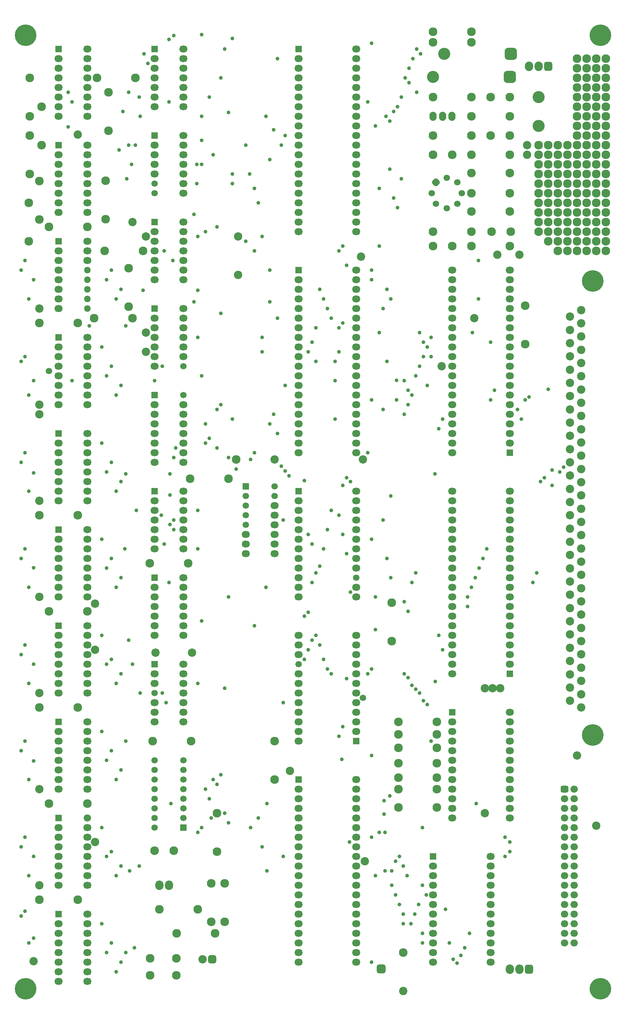
<source format=gts>
G04 Layer_Color=8388736*
%FSLAX25Y25*%
%MOIN*%
G70*
G01*
G75*
G04:AMPARAMS|DCode=48|XSize=94.49mil|YSize=94.49mil|CornerRadius=25.59mil|HoleSize=0mil|Usage=FLASHONLY|Rotation=90.000|XOffset=0mil|YOffset=0mil|HoleType=Round|Shape=RoundedRectangle|*
%AMROUNDEDRECTD48*
21,1,0.09449,0.04331,0,0,90.0*
21,1,0.04331,0.09449,0,0,90.0*
1,1,0.05118,0.02165,0.02165*
1,1,0.05118,0.02165,-0.02165*
1,1,0.05118,-0.02165,-0.02165*
1,1,0.05118,-0.02165,0.02165*
%
%ADD48ROUNDEDRECTD48*%
%ADD49O,0.07874X0.07087*%
G04:AMPARAMS|DCode=50|XSize=70.87mil|YSize=82.68mil|CornerRadius=19.68mil|HoleSize=0mil|Usage=FLASHONLY|Rotation=270.000|XOffset=0mil|YOffset=0mil|HoleType=Round|Shape=RoundedRectangle|*
%AMROUNDEDRECTD50*
21,1,0.07087,0.04331,0,0,270.0*
21,1,0.03150,0.08268,0,0,270.0*
1,1,0.03937,-0.02165,-0.01575*
1,1,0.03937,-0.02165,0.01575*
1,1,0.03937,0.02165,0.01575*
1,1,0.03937,0.02165,-0.01575*
%
%ADD50ROUNDEDRECTD50*%
%ADD51R,0.06693X0.06693*%
%ADD52O,0.08661X0.07087*%
%ADD53O,0.06693X0.07087*%
%ADD54C,0.12598*%
G04:AMPARAMS|DCode=55|XSize=125.98mil|YSize=125.98mil|CornerRadius=33.47mil|HoleSize=0mil|Usage=FLASHONLY|Rotation=0.000|XOffset=0mil|YOffset=0mil|HoleType=Round|Shape=RoundedRectangle|*
%AMROUNDEDRECTD55*
21,1,0.12598,0.05905,0,0,0.0*
21,1,0.05905,0.12598,0,0,0.0*
1,1,0.06693,0.02953,-0.02953*
1,1,0.06693,-0.02953,-0.02953*
1,1,0.06693,-0.02953,0.02953*
1,1,0.06693,0.02953,0.02953*
%
%ADD55ROUNDEDRECTD55*%
%ADD56C,0.22441*%
%ADD57C,0.08661*%
%ADD58C,0.09055*%
%ADD59C,0.06693*%
%ADD60O,0.07480X0.09449*%
%ADD61C,0.06693*%
G04:AMPARAMS|DCode=62|XSize=70.87mil|YSize=70.87mil|CornerRadius=19.68mil|HoleSize=0mil|Usage=FLASHONLY|Rotation=315.000|XOffset=0mil|YOffset=0mil|HoleType=Round|Shape=RoundedRectangle|*
%AMROUNDEDRECTD62*
21,1,0.07087,0.03150,0,0,315.0*
21,1,0.03150,0.07087,0,0,315.0*
1,1,0.03937,0.00000,-0.02227*
1,1,0.03937,-0.02227,0.00000*
1,1,0.03937,0.00000,0.02227*
1,1,0.03937,0.02227,0.00000*
%
%ADD62ROUNDEDRECTD62*%
%ADD63O,0.08661X0.09842*%
G04:AMPARAMS|DCode=64|XSize=86.61mil|YSize=86.61mil|CornerRadius=23.62mil|HoleSize=0mil|Usage=FLASHONLY|Rotation=0.000|XOffset=0mil|YOffset=0mil|HoleType=Round|Shape=RoundedRectangle|*
%AMROUNDEDRECTD64*
21,1,0.08661,0.03937,0,0,0.0*
21,1,0.03937,0.08661,0,0,0.0*
1,1,0.04724,0.01968,-0.01968*
1,1,0.04724,-0.01968,-0.01968*
1,1,0.04724,-0.01968,0.01968*
1,1,0.04724,0.01968,0.01968*
%
%ADD64ROUNDEDRECTD64*%
G04:AMPARAMS|DCode=65|XSize=86.61mil|YSize=94.49mil|CornerRadius=23.62mil|HoleSize=0mil|Usage=FLASHONLY|Rotation=180.000|XOffset=0mil|YOffset=0mil|HoleType=Round|Shape=RoundedRectangle|*
%AMROUNDEDRECTD65*
21,1,0.08661,0.04724,0,0,180.0*
21,1,0.03937,0.09449,0,0,180.0*
1,1,0.04724,-0.01968,0.02362*
1,1,0.04724,0.01968,0.02362*
1,1,0.04724,0.01968,-0.02362*
1,1,0.04724,-0.01968,-0.02362*
%
%ADD65ROUNDEDRECTD65*%
%ADD66O,0.07874X0.07087*%
%ADD67C,0.03937*%
D48*
X386000Y-987000D02*
D03*
D49*
X587000Y-960000D02*
D03*
X577000D02*
D03*
X587000Y-950000D02*
D03*
X577000D02*
D03*
X587000Y-940000D02*
D03*
X577000D02*
D03*
X587000Y-800000D02*
D03*
X577000Y-810000D02*
D03*
X587000D02*
D03*
Y-830000D02*
D03*
X577000D02*
D03*
X587000Y-820000D02*
D03*
X577000D02*
D03*
Y-840000D02*
D03*
X587000D02*
D03*
X577000Y-850000D02*
D03*
X587000D02*
D03*
X577000Y-860000D02*
D03*
X587000D02*
D03*
X577000Y-870000D02*
D03*
X587000D02*
D03*
X577000Y-880000D02*
D03*
X587000D02*
D03*
X577000Y-890000D02*
D03*
X587000D02*
D03*
X577000Y-900000D02*
D03*
X587000D02*
D03*
X577000Y-910000D02*
D03*
X587000D02*
D03*
X577000Y-920000D02*
D03*
X587000D02*
D03*
X577000Y-930000D02*
D03*
X587000D02*
D03*
D50*
X577000Y-800000D02*
D03*
D51*
X50000Y-130000D02*
D03*
Y-230000D02*
D03*
X360000Y-750000D02*
D03*
X440000Y-870000D02*
D03*
X300000Y-490000D02*
D03*
X520000Y-680000D02*
D03*
X300000Y-30000D02*
D03*
X150000Y-670000D02*
D03*
Y-580000D02*
D03*
Y-30000D02*
D03*
Y-390000D02*
D03*
X50000Y-30000D02*
D03*
X460000Y-720000D02*
D03*
X50000Y-930000D02*
D03*
Y-830000D02*
D03*
Y-730000D02*
D03*
Y-630000D02*
D03*
Y-530000D02*
D03*
Y-430000D02*
D03*
Y-330000D02*
D03*
X520000Y-450000D02*
D03*
X300000Y-790000D02*
D03*
Y-260000D02*
D03*
X150000Y-490000D02*
D03*
Y-300000D02*
D03*
Y-120000D02*
D03*
Y-210000D02*
D03*
X245000Y-485000D02*
D03*
X180000Y-840000D02*
D03*
D52*
X50000Y-140000D02*
D03*
Y-150000D02*
D03*
Y-160000D02*
D03*
Y-170000D02*
D03*
Y-180000D02*
D03*
Y-190000D02*
D03*
Y-200000D02*
D03*
X80000Y-130000D02*
D03*
Y-140000D02*
D03*
Y-150000D02*
D03*
Y-160000D02*
D03*
Y-170000D02*
D03*
Y-180000D02*
D03*
Y-190000D02*
D03*
Y-200000D02*
D03*
X50000Y-240000D02*
D03*
Y-250000D02*
D03*
Y-260000D02*
D03*
Y-270000D02*
D03*
Y-280000D02*
D03*
Y-290000D02*
D03*
Y-300000D02*
D03*
X80000Y-230000D02*
D03*
Y-240000D02*
D03*
Y-250000D02*
D03*
X360000Y-740000D02*
D03*
Y-730000D02*
D03*
Y-720000D02*
D03*
Y-710000D02*
D03*
Y-700000D02*
D03*
Y-690000D02*
D03*
Y-680000D02*
D03*
Y-670000D02*
D03*
Y-660000D02*
D03*
Y-650000D02*
D03*
Y-640000D02*
D03*
X300000Y-750000D02*
D03*
Y-740000D02*
D03*
Y-730000D02*
D03*
Y-720000D02*
D03*
Y-710000D02*
D03*
Y-700000D02*
D03*
Y-690000D02*
D03*
Y-680000D02*
D03*
Y-660000D02*
D03*
Y-650000D02*
D03*
Y-640000D02*
D03*
X440000Y-880000D02*
D03*
Y-890000D02*
D03*
Y-900000D02*
D03*
Y-910000D02*
D03*
Y-920000D02*
D03*
Y-930000D02*
D03*
Y-940000D02*
D03*
Y-950000D02*
D03*
Y-960000D02*
D03*
Y-970000D02*
D03*
Y-980000D02*
D03*
X500000Y-870000D02*
D03*
Y-880000D02*
D03*
Y-890000D02*
D03*
Y-900000D02*
D03*
Y-910000D02*
D03*
Y-920000D02*
D03*
Y-930000D02*
D03*
Y-940000D02*
D03*
Y-950000D02*
D03*
Y-960000D02*
D03*
Y-970000D02*
D03*
Y-980000D02*
D03*
X360000Y-600000D02*
D03*
Y-590000D02*
D03*
Y-570000D02*
D03*
Y-560000D02*
D03*
Y-550000D02*
D03*
Y-540000D02*
D03*
Y-530000D02*
D03*
Y-520000D02*
D03*
Y-510000D02*
D03*
Y-500000D02*
D03*
Y-490000D02*
D03*
X300000Y-600000D02*
D03*
Y-590000D02*
D03*
Y-580000D02*
D03*
Y-570000D02*
D03*
Y-560000D02*
D03*
Y-550000D02*
D03*
Y-540000D02*
D03*
Y-530000D02*
D03*
Y-520000D02*
D03*
Y-510000D02*
D03*
Y-500000D02*
D03*
X460000Y-560000D02*
D03*
Y-550000D02*
D03*
Y-540000D02*
D03*
Y-530000D02*
D03*
Y-520000D02*
D03*
Y-510000D02*
D03*
Y-500000D02*
D03*
Y-490000D02*
D03*
X520000Y-670000D02*
D03*
Y-660000D02*
D03*
Y-650000D02*
D03*
Y-640000D02*
D03*
Y-630000D02*
D03*
Y-620000D02*
D03*
Y-610000D02*
D03*
Y-600000D02*
D03*
Y-590000D02*
D03*
Y-490000D02*
D03*
Y-500000D02*
D03*
Y-510000D02*
D03*
Y-520000D02*
D03*
Y-530000D02*
D03*
Y-540000D02*
D03*
Y-550000D02*
D03*
Y-560000D02*
D03*
Y-570000D02*
D03*
Y-580000D02*
D03*
X460000Y-570000D02*
D03*
Y-580000D02*
D03*
Y-590000D02*
D03*
Y-600000D02*
D03*
Y-610000D02*
D03*
Y-620000D02*
D03*
Y-630000D02*
D03*
Y-640000D02*
D03*
Y-650000D02*
D03*
Y-660000D02*
D03*
Y-670000D02*
D03*
Y-680000D02*
D03*
X360000Y-150000D02*
D03*
Y-160000D02*
D03*
Y-170000D02*
D03*
Y-180000D02*
D03*
Y-190000D02*
D03*
Y-200000D02*
D03*
Y-210000D02*
D03*
Y-220000D02*
D03*
X300000Y-40000D02*
D03*
Y-50000D02*
D03*
Y-60000D02*
D03*
Y-70000D02*
D03*
Y-80000D02*
D03*
Y-90000D02*
D03*
Y-100000D02*
D03*
Y-110000D02*
D03*
Y-120000D02*
D03*
Y-220000D02*
D03*
Y-210000D02*
D03*
Y-200000D02*
D03*
Y-190000D02*
D03*
Y-180000D02*
D03*
Y-170000D02*
D03*
Y-160000D02*
D03*
Y-150000D02*
D03*
Y-140000D02*
D03*
Y-130000D02*
D03*
X360000Y-140000D02*
D03*
Y-130000D02*
D03*
Y-120000D02*
D03*
Y-110000D02*
D03*
Y-100000D02*
D03*
Y-90000D02*
D03*
Y-80000D02*
D03*
Y-70000D02*
D03*
Y-60000D02*
D03*
Y-50000D02*
D03*
Y-40000D02*
D03*
Y-30000D02*
D03*
X150000Y-680000D02*
D03*
Y-690000D02*
D03*
Y-710000D02*
D03*
Y-720000D02*
D03*
Y-730000D02*
D03*
X180000Y-670000D02*
D03*
Y-680000D02*
D03*
Y-690000D02*
D03*
Y-700000D02*
D03*
Y-710000D02*
D03*
Y-720000D02*
D03*
Y-730000D02*
D03*
Y-640000D02*
D03*
Y-630000D02*
D03*
Y-620000D02*
D03*
Y-610000D02*
D03*
Y-600000D02*
D03*
Y-590000D02*
D03*
Y-580000D02*
D03*
X150000Y-640000D02*
D03*
Y-630000D02*
D03*
Y-620000D02*
D03*
Y-610000D02*
D03*
Y-600000D02*
D03*
Y-590000D02*
D03*
X180000Y-90000D02*
D03*
Y-80000D02*
D03*
Y-70000D02*
D03*
Y-60000D02*
D03*
Y-50000D02*
D03*
Y-40000D02*
D03*
Y-30000D02*
D03*
X150000Y-90000D02*
D03*
Y-80000D02*
D03*
Y-70000D02*
D03*
Y-60000D02*
D03*
Y-50000D02*
D03*
Y-40000D02*
D03*
Y-400000D02*
D03*
Y-410000D02*
D03*
Y-420000D02*
D03*
Y-430000D02*
D03*
Y-440000D02*
D03*
Y-450000D02*
D03*
Y-460000D02*
D03*
X180000Y-400000D02*
D03*
Y-410000D02*
D03*
Y-420000D02*
D03*
Y-430000D02*
D03*
Y-440000D02*
D03*
Y-450000D02*
D03*
Y-460000D02*
D03*
X50000Y-40000D02*
D03*
Y-50000D02*
D03*
Y-60000D02*
D03*
Y-70000D02*
D03*
Y-80000D02*
D03*
Y-90000D02*
D03*
Y-100000D02*
D03*
X80000Y-30000D02*
D03*
Y-40000D02*
D03*
Y-50000D02*
D03*
Y-60000D02*
D03*
Y-70000D02*
D03*
Y-80000D02*
D03*
Y-90000D02*
D03*
Y-100000D02*
D03*
X520000Y-830000D02*
D03*
Y-820000D02*
D03*
Y-810000D02*
D03*
Y-800000D02*
D03*
Y-790000D02*
D03*
Y-780000D02*
D03*
Y-770000D02*
D03*
Y-760000D02*
D03*
Y-750000D02*
D03*
Y-740000D02*
D03*
Y-730000D02*
D03*
Y-720000D02*
D03*
X460000Y-830000D02*
D03*
Y-820000D02*
D03*
Y-810000D02*
D03*
Y-800000D02*
D03*
Y-790000D02*
D03*
Y-780000D02*
D03*
Y-770000D02*
D03*
Y-760000D02*
D03*
Y-750000D02*
D03*
Y-740000D02*
D03*
Y-730000D02*
D03*
X50000Y-940000D02*
D03*
Y-950000D02*
D03*
Y-960000D02*
D03*
Y-970000D02*
D03*
Y-980000D02*
D03*
Y-990000D02*
D03*
Y-1000000D02*
D03*
X80000Y-930000D02*
D03*
Y-940000D02*
D03*
Y-950000D02*
D03*
Y-960000D02*
D03*
Y-970000D02*
D03*
Y-980000D02*
D03*
Y-990000D02*
D03*
Y-1000000D02*
D03*
X50000Y-840000D02*
D03*
Y-850000D02*
D03*
Y-860000D02*
D03*
Y-870000D02*
D03*
Y-880000D02*
D03*
Y-890000D02*
D03*
Y-900000D02*
D03*
X80000Y-840000D02*
D03*
Y-850000D02*
D03*
Y-860000D02*
D03*
Y-870000D02*
D03*
Y-880000D02*
D03*
Y-890000D02*
D03*
Y-900000D02*
D03*
X50000Y-740000D02*
D03*
Y-750000D02*
D03*
Y-760000D02*
D03*
Y-770000D02*
D03*
Y-780000D02*
D03*
Y-790000D02*
D03*
Y-800000D02*
D03*
X80000Y-730000D02*
D03*
Y-740000D02*
D03*
Y-750000D02*
D03*
Y-760000D02*
D03*
Y-770000D02*
D03*
Y-780000D02*
D03*
Y-790000D02*
D03*
Y-800000D02*
D03*
X50000Y-640000D02*
D03*
Y-650000D02*
D03*
Y-660000D02*
D03*
Y-670000D02*
D03*
Y-680000D02*
D03*
Y-690000D02*
D03*
Y-700000D02*
D03*
X80000Y-630000D02*
D03*
Y-640000D02*
D03*
Y-650000D02*
D03*
Y-660000D02*
D03*
Y-670000D02*
D03*
Y-680000D02*
D03*
Y-690000D02*
D03*
Y-700000D02*
D03*
X50000Y-540000D02*
D03*
Y-550000D02*
D03*
Y-560000D02*
D03*
Y-570000D02*
D03*
Y-580000D02*
D03*
Y-590000D02*
D03*
Y-600000D02*
D03*
X80000Y-530000D02*
D03*
Y-540000D02*
D03*
Y-550000D02*
D03*
Y-560000D02*
D03*
Y-570000D02*
D03*
Y-580000D02*
D03*
Y-590000D02*
D03*
Y-600000D02*
D03*
X50000Y-440000D02*
D03*
Y-450000D02*
D03*
Y-460000D02*
D03*
Y-470000D02*
D03*
Y-480000D02*
D03*
Y-490000D02*
D03*
Y-500000D02*
D03*
X80000Y-430000D02*
D03*
Y-440000D02*
D03*
Y-450000D02*
D03*
Y-460000D02*
D03*
Y-470000D02*
D03*
Y-480000D02*
D03*
Y-490000D02*
D03*
Y-500000D02*
D03*
X50000Y-340000D02*
D03*
Y-350000D02*
D03*
Y-360000D02*
D03*
Y-370000D02*
D03*
Y-380000D02*
D03*
Y-390000D02*
D03*
Y-400000D02*
D03*
X80000Y-330000D02*
D03*
Y-340000D02*
D03*
Y-350000D02*
D03*
Y-360000D02*
D03*
Y-370000D02*
D03*
Y-380000D02*
D03*
Y-390000D02*
D03*
Y-400000D02*
D03*
X460000Y-330000D02*
D03*
Y-320000D02*
D03*
Y-310000D02*
D03*
Y-300000D02*
D03*
Y-290000D02*
D03*
Y-280000D02*
D03*
Y-270000D02*
D03*
Y-260000D02*
D03*
X520000Y-440000D02*
D03*
Y-430000D02*
D03*
Y-420000D02*
D03*
Y-410000D02*
D03*
Y-400000D02*
D03*
Y-390000D02*
D03*
Y-380000D02*
D03*
Y-370000D02*
D03*
Y-360000D02*
D03*
Y-260000D02*
D03*
Y-270000D02*
D03*
Y-280000D02*
D03*
Y-290000D02*
D03*
Y-300000D02*
D03*
Y-310000D02*
D03*
Y-320000D02*
D03*
Y-330000D02*
D03*
Y-340000D02*
D03*
Y-350000D02*
D03*
X460000Y-340000D02*
D03*
Y-350000D02*
D03*
Y-360000D02*
D03*
Y-370000D02*
D03*
Y-380000D02*
D03*
Y-390000D02*
D03*
Y-400000D02*
D03*
Y-410000D02*
D03*
Y-420000D02*
D03*
Y-430000D02*
D03*
Y-440000D02*
D03*
Y-450000D02*
D03*
X360000Y-910000D02*
D03*
Y-920000D02*
D03*
Y-930000D02*
D03*
Y-940000D02*
D03*
Y-950000D02*
D03*
Y-960000D02*
D03*
Y-970000D02*
D03*
Y-980000D02*
D03*
X300000Y-800000D02*
D03*
Y-810000D02*
D03*
Y-820000D02*
D03*
Y-830000D02*
D03*
Y-840000D02*
D03*
Y-850000D02*
D03*
Y-860000D02*
D03*
Y-870000D02*
D03*
Y-880000D02*
D03*
Y-980000D02*
D03*
Y-970000D02*
D03*
Y-960000D02*
D03*
Y-950000D02*
D03*
Y-940000D02*
D03*
Y-930000D02*
D03*
Y-920000D02*
D03*
Y-910000D02*
D03*
Y-900000D02*
D03*
Y-890000D02*
D03*
X360000Y-900000D02*
D03*
Y-890000D02*
D03*
Y-880000D02*
D03*
Y-870000D02*
D03*
Y-860000D02*
D03*
Y-850000D02*
D03*
Y-840000D02*
D03*
Y-830000D02*
D03*
Y-820000D02*
D03*
Y-810000D02*
D03*
Y-800000D02*
D03*
Y-790000D02*
D03*
Y-380000D02*
D03*
Y-390000D02*
D03*
Y-400000D02*
D03*
Y-410000D02*
D03*
Y-420000D02*
D03*
Y-430000D02*
D03*
Y-440000D02*
D03*
Y-450000D02*
D03*
X300000Y-270000D02*
D03*
Y-280000D02*
D03*
Y-290000D02*
D03*
Y-300000D02*
D03*
Y-310000D02*
D03*
Y-320000D02*
D03*
Y-330000D02*
D03*
Y-340000D02*
D03*
Y-350000D02*
D03*
Y-450000D02*
D03*
Y-440000D02*
D03*
Y-430000D02*
D03*
Y-420000D02*
D03*
Y-410000D02*
D03*
Y-400000D02*
D03*
Y-390000D02*
D03*
Y-380000D02*
D03*
Y-370000D02*
D03*
Y-360000D02*
D03*
X360000Y-370000D02*
D03*
Y-360000D02*
D03*
Y-350000D02*
D03*
Y-340000D02*
D03*
Y-330000D02*
D03*
Y-320000D02*
D03*
Y-310000D02*
D03*
Y-300000D02*
D03*
Y-290000D02*
D03*
Y-280000D02*
D03*
Y-270000D02*
D03*
Y-260000D02*
D03*
X150000Y-500000D02*
D03*
Y-510000D02*
D03*
Y-520000D02*
D03*
Y-530000D02*
D03*
Y-540000D02*
D03*
Y-550000D02*
D03*
X180000Y-490000D02*
D03*
Y-500000D02*
D03*
Y-510000D02*
D03*
Y-520000D02*
D03*
Y-530000D02*
D03*
Y-540000D02*
D03*
Y-550000D02*
D03*
X150000Y-310000D02*
D03*
Y-320000D02*
D03*
Y-330000D02*
D03*
Y-340000D02*
D03*
Y-350000D02*
D03*
Y-360000D02*
D03*
X180000Y-300000D02*
D03*
Y-310000D02*
D03*
Y-320000D02*
D03*
Y-330000D02*
D03*
Y-340000D02*
D03*
Y-350000D02*
D03*
X150000Y-130000D02*
D03*
Y-140000D02*
D03*
Y-150000D02*
D03*
Y-160000D02*
D03*
X180000Y-120000D02*
D03*
Y-130000D02*
D03*
Y-140000D02*
D03*
Y-150000D02*
D03*
Y-160000D02*
D03*
Y-170000D02*
D03*
Y-180000D02*
D03*
X150000Y-220000D02*
D03*
Y-230000D02*
D03*
Y-240000D02*
D03*
Y-250000D02*
D03*
Y-260000D02*
D03*
Y-270000D02*
D03*
X180000Y-210000D02*
D03*
Y-220000D02*
D03*
Y-230000D02*
D03*
Y-240000D02*
D03*
Y-250000D02*
D03*
Y-260000D02*
D03*
Y-270000D02*
D03*
X245000Y-535000D02*
D03*
Y-545000D02*
D03*
Y-555000D02*
D03*
X275000Y-505000D02*
D03*
Y-515000D02*
D03*
Y-525000D02*
D03*
Y-535000D02*
D03*
Y-545000D02*
D03*
Y-555000D02*
D03*
D53*
X80000Y-260000D02*
D03*
Y-270000D02*
D03*
Y-280000D02*
D03*
Y-290000D02*
D03*
Y-300000D02*
D03*
D54*
X550000Y-80000D02*
D03*
Y-110000D02*
D03*
X451551Y-35000D02*
D03*
X440000Y-59000D02*
D03*
D55*
X521000Y-35000D02*
D03*
X520000Y-59000D02*
D03*
D56*
X606260Y-271339D02*
D03*
Y-743779D02*
D03*
X15748Y-1007874D02*
D03*
X614173D02*
D03*
X15748Y-15748D02*
D03*
X614173D02*
D03*
D57*
X582638Y-308583D02*
D03*
Y-322362D02*
D03*
Y-336142D02*
D03*
Y-349921D02*
D03*
Y-363701D02*
D03*
Y-377480D02*
D03*
Y-391260D02*
D03*
Y-405039D02*
D03*
Y-418819D02*
D03*
Y-432598D02*
D03*
Y-446378D02*
D03*
Y-460157D02*
D03*
Y-473937D02*
D03*
Y-487716D02*
D03*
Y-501496D02*
D03*
Y-515276D02*
D03*
Y-529055D02*
D03*
Y-542835D02*
D03*
Y-556614D02*
D03*
Y-570394D02*
D03*
Y-584173D02*
D03*
Y-597953D02*
D03*
Y-611732D02*
D03*
Y-625512D02*
D03*
Y-639291D02*
D03*
Y-653071D02*
D03*
Y-666850D02*
D03*
Y-680630D02*
D03*
Y-694409D02*
D03*
Y-708189D02*
D03*
X594449Y-301693D02*
D03*
Y-315472D02*
D03*
Y-329252D02*
D03*
Y-343031D02*
D03*
Y-356811D02*
D03*
Y-370591D02*
D03*
Y-384370D02*
D03*
Y-398150D02*
D03*
Y-411929D02*
D03*
Y-425709D02*
D03*
Y-439488D02*
D03*
Y-453268D02*
D03*
Y-467047D02*
D03*
Y-480827D02*
D03*
Y-494606D02*
D03*
Y-508386D02*
D03*
Y-522165D02*
D03*
Y-535945D02*
D03*
Y-549724D02*
D03*
Y-563504D02*
D03*
Y-577283D02*
D03*
Y-591063D02*
D03*
Y-604842D02*
D03*
Y-618622D02*
D03*
Y-632402D02*
D03*
Y-646181D02*
D03*
Y-659961D02*
D03*
Y-673740D02*
D03*
Y-687520D02*
D03*
Y-701299D02*
D03*
Y-715079D02*
D03*
X127000Y-210000D02*
D03*
X200000Y-977000D02*
D03*
X275000Y-457000D02*
D03*
X237000Y-265000D02*
D03*
Y-225000D02*
D03*
X409000Y-1010000D02*
D03*
X24000Y-979000D02*
D03*
X88000Y-607000D02*
D03*
X610000Y-838000D02*
D03*
X538000Y-130000D02*
D03*
X30000Y-300000D02*
D03*
Y-400000D02*
D03*
Y-500000D02*
D03*
Y-600000D02*
D03*
Y-700000D02*
D03*
Y-800000D02*
D03*
Y-900000D02*
D03*
X507000Y-244000D02*
D03*
X449000Y-360000D02*
D03*
X530000Y-244000D02*
D03*
X590000Y-765000D02*
D03*
X483000Y-310000D02*
D03*
X494000Y-825000D02*
D03*
X510000Y-695000D02*
D03*
X494000D02*
D03*
X70000Y-119000D02*
D03*
X88000Y-855000D02*
D03*
Y-655000D02*
D03*
X141000Y-225000D02*
D03*
Y-325000D02*
D03*
Y-345000D02*
D03*
X367000Y-457000D02*
D03*
X291000Y-781000D02*
D03*
X365000Y-246000D02*
D03*
X538000Y-140000D02*
D03*
X502000Y-695000D02*
D03*
X369000Y-875000D02*
D03*
X30000Y-410000D02*
D03*
X189000Y-658000D02*
D03*
X151000D02*
D03*
D58*
X444000Y-819000D02*
D03*
X404000D02*
D03*
X440000Y-235000D02*
D03*
X460000D02*
D03*
X520000Y-80000D02*
D03*
X500000D02*
D03*
X170000Y-864000D02*
D03*
X150000D02*
D03*
X213000Y-950000D02*
D03*
X173000D02*
D03*
X155000Y-925000D02*
D03*
X195000D02*
D03*
X223000Y-938000D02*
D03*
Y-898000D02*
D03*
X30000Y-315000D02*
D03*
X70000D02*
D03*
X185000Y-565000D02*
D03*
X145000D02*
D03*
X397000Y-606000D02*
D03*
Y-646000D02*
D03*
X536000Y-297000D02*
D03*
Y-337000D02*
D03*
X123000Y-298000D02*
D03*
Y-258000D02*
D03*
X172780Y-976142D02*
D03*
Y-993858D02*
D03*
X145220D02*
D03*
Y-976142D02*
D03*
X444000Y-800000D02*
D03*
X404000D02*
D03*
X235000Y-457000D02*
D03*
X98000Y-240000D02*
D03*
X138000D02*
D03*
X20000Y-160000D02*
D03*
Y-120000D02*
D03*
X127000Y-310000D02*
D03*
X87000D02*
D03*
X187000Y-477000D02*
D03*
X227000D02*
D03*
X130000Y-60000D02*
D03*
X90000D02*
D03*
X102000Y-115000D02*
D03*
Y-75000D02*
D03*
X32500Y-90000D02*
D03*
Y-130000D02*
D03*
X20000Y-60000D02*
D03*
Y-100000D02*
D03*
X99000Y-167000D02*
D03*
Y-207000D02*
D03*
X80000Y-215000D02*
D03*
X40000D02*
D03*
X19000Y-190000D02*
D03*
Y-230000D02*
D03*
X30000Y-167500D02*
D03*
Y-207500D02*
D03*
X444000Y-730000D02*
D03*
X404000D02*
D03*
X444000Y-788000D02*
D03*
X404000D02*
D03*
X444000Y-773000D02*
D03*
X404000D02*
D03*
X444000Y-757000D02*
D03*
X404000D02*
D03*
X444000Y-743000D02*
D03*
X404000D02*
D03*
X520000Y-199000D02*
D03*
X480000D02*
D03*
X440000Y-220000D02*
D03*
X480000D02*
D03*
X520000Y-235000D02*
D03*
X480000D02*
D03*
Y-180000D02*
D03*
X520000D02*
D03*
Y-159000D02*
D03*
X480000D02*
D03*
X520000Y-140000D02*
D03*
X480000D02*
D03*
X520000Y-100000D02*
D03*
X480000D02*
D03*
Y-120000D02*
D03*
X440000D02*
D03*
X480000Y-80000D02*
D03*
X440000D02*
D03*
Y-12000D02*
D03*
X480000D02*
D03*
X440000Y-23000D02*
D03*
X480000D02*
D03*
X521000Y-220000D02*
D03*
X501000D02*
D03*
X520000Y-120000D02*
D03*
X500000D02*
D03*
X460000Y-140000D02*
D03*
X440000D02*
D03*
X215000Y-865000D02*
D03*
Y-825000D02*
D03*
X209000Y-898000D02*
D03*
Y-938000D02*
D03*
X40000Y-815000D02*
D03*
X80000D02*
D03*
X40000Y-615000D02*
D03*
X80000D02*
D03*
X409000Y-970000D02*
D03*
X30000Y-915000D02*
D03*
X70000D02*
D03*
X148000Y-750000D02*
D03*
X188000D02*
D03*
X30000Y-715000D02*
D03*
X70000D02*
D03*
X30000Y-515000D02*
D03*
X70000D02*
D03*
X275000Y-750000D02*
D03*
Y-790000D02*
D03*
X620000Y-220000D02*
D03*
X610000D02*
D03*
X600000D02*
D03*
X590000D02*
D03*
X580000D02*
D03*
X570000D02*
D03*
Y-210000D02*
D03*
X580000D02*
D03*
X590000D02*
D03*
X600000D02*
D03*
X610000D02*
D03*
X620000D02*
D03*
Y-200000D02*
D03*
X610000D02*
D03*
X600000D02*
D03*
X590000D02*
D03*
X580000D02*
D03*
X570000D02*
D03*
Y-190000D02*
D03*
X580000D02*
D03*
X590000D02*
D03*
X600000D02*
D03*
X610000D02*
D03*
X620000D02*
D03*
X580000Y-180000D02*
D03*
Y-170000D02*
D03*
Y-160000D02*
D03*
Y-150000D02*
D03*
Y-140000D02*
D03*
Y-130000D02*
D03*
X590000D02*
D03*
Y-140000D02*
D03*
X600000Y-130000D02*
D03*
X610000D02*
D03*
X620000D02*
D03*
Y-140000D02*
D03*
Y-150000D02*
D03*
Y-160000D02*
D03*
Y-170000D02*
D03*
Y-180000D02*
D03*
X610000D02*
D03*
X600000D02*
D03*
X590000D02*
D03*
Y-170000D02*
D03*
Y-160000D02*
D03*
Y-150000D02*
D03*
X600000D02*
D03*
Y-140000D02*
D03*
X610000D02*
D03*
Y-150000D02*
D03*
Y-160000D02*
D03*
Y-170000D02*
D03*
X600000D02*
D03*
Y-160000D02*
D03*
X620000Y-120000D02*
D03*
X610000D02*
D03*
X600000D02*
D03*
X590000D02*
D03*
X620000Y-110000D02*
D03*
X610000D02*
D03*
X600000D02*
D03*
X590000D02*
D03*
Y-100000D02*
D03*
X600000D02*
D03*
X610000D02*
D03*
X620000D02*
D03*
Y-90000D02*
D03*
X610000D02*
D03*
X600000D02*
D03*
X590000D02*
D03*
Y-80000D02*
D03*
X600000D02*
D03*
X610000D02*
D03*
X620000D02*
D03*
Y-70000D02*
D03*
X610000D02*
D03*
X600000D02*
D03*
X590000D02*
D03*
X600000Y-60000D02*
D03*
Y-50000D02*
D03*
Y-40000D02*
D03*
X610000D02*
D03*
Y-50000D02*
D03*
Y-60000D02*
D03*
X620000D02*
D03*
Y-50000D02*
D03*
Y-40000D02*
D03*
X570000Y-180000D02*
D03*
Y-170000D02*
D03*
Y-160000D02*
D03*
Y-150000D02*
D03*
Y-140000D02*
D03*
Y-130000D02*
D03*
X560000D02*
D03*
Y-140000D02*
D03*
Y-150000D02*
D03*
Y-160000D02*
D03*
Y-170000D02*
D03*
Y-180000D02*
D03*
Y-190000D02*
D03*
Y-200000D02*
D03*
Y-210000D02*
D03*
Y-220000D02*
D03*
X590000Y-60000D02*
D03*
Y-50000D02*
D03*
Y-40000D02*
D03*
X550000Y-210000D02*
D03*
Y-200000D02*
D03*
Y-190000D02*
D03*
Y-180000D02*
D03*
Y-170000D02*
D03*
Y-160000D02*
D03*
Y-150000D02*
D03*
Y-140000D02*
D03*
Y-130000D02*
D03*
Y-220000D02*
D03*
X560000Y-230000D02*
D03*
X570000D02*
D03*
X580000D02*
D03*
X590000D02*
D03*
X600000D02*
D03*
X610000D02*
D03*
X620000D02*
D03*
X570000Y-240000D02*
D03*
X580000D02*
D03*
X590000D02*
D03*
X600000D02*
D03*
X610000D02*
D03*
X620000D02*
D03*
D59*
X300000Y-670000D02*
D03*
X360000Y-580000D02*
D03*
X150000Y-700000D02*
D03*
X180000Y-390000D02*
D03*
Y-360000D02*
D03*
X150000Y-170000D02*
D03*
Y-180000D02*
D03*
X245000Y-495000D02*
D03*
Y-505000D02*
D03*
Y-515000D02*
D03*
Y-525000D02*
D03*
X275000Y-485000D02*
D03*
Y-495000D02*
D03*
X40000Y-365000D02*
D03*
X367000Y-705000D02*
D03*
D60*
X459685Y-100000D02*
D03*
X449842D02*
D03*
X440000D02*
D03*
D61*
X470000Y-180000D02*
D03*
X454252Y-164252D02*
D03*
X438504Y-180000D02*
D03*
X454252Y-195748D02*
D03*
X465387Y-168864D02*
D03*
X443116Y-191136D02*
D03*
X465387D02*
D03*
X180000Y-830000D02*
D03*
Y-820000D02*
D03*
Y-810000D02*
D03*
Y-800000D02*
D03*
Y-790000D02*
D03*
Y-780000D02*
D03*
Y-770000D02*
D03*
X150000Y-840000D02*
D03*
Y-830000D02*
D03*
Y-820000D02*
D03*
Y-810000D02*
D03*
Y-800000D02*
D03*
Y-790000D02*
D03*
Y-780000D02*
D03*
Y-770000D02*
D03*
D62*
X443116Y-168864D02*
D03*
D63*
X165000Y-900000D02*
D03*
X155000D02*
D03*
X550000Y-48000D02*
D03*
X540000D02*
D03*
X520000Y-987500D02*
D03*
X530000D02*
D03*
D64*
X210000Y-977000D02*
D03*
D65*
X560000Y-48000D02*
D03*
X540000Y-987500D02*
D03*
D66*
X80000Y-830000D02*
D03*
D67*
X442500Y-688000D02*
D03*
X434000Y-712000D02*
D03*
X430000Y-708000D02*
D03*
X395000Y-807000D02*
D03*
X389000Y-812000D02*
D03*
Y-826000D02*
D03*
X11000Y-932000D02*
D03*
X15000Y-927000D02*
D03*
X19000Y-960000D02*
D03*
X24000Y-955000D02*
D03*
X290000Y-474000D02*
D03*
X286000Y-469000D02*
D03*
X306000Y-479000D02*
D03*
X282000Y-464000D02*
D03*
X262000Y-860000D02*
D03*
X166000Y-494000D02*
D03*
X235000Y-467000D02*
D03*
X165000Y-20000D02*
D03*
X345000Y-769000D02*
D03*
X314000Y-335000D02*
D03*
X310000Y-345000D02*
D03*
X134000Y-80000D02*
D03*
X126000Y-150000D02*
D03*
X121000Y-165000D02*
D03*
X314000Y-545000D02*
D03*
X350000Y-555000D02*
D03*
X346000Y-535000D02*
D03*
X342000Y-515000D02*
D03*
X476000Y-610000D02*
D03*
X453000Y-925000D02*
D03*
X306000Y-665000D02*
D03*
X310000Y-655000D02*
D03*
X322000Y-650000D02*
D03*
X314000Y-645000D02*
D03*
X350000Y-685000D02*
D03*
X346000Y-735000D02*
D03*
X342000Y-745000D02*
D03*
X375850Y-24150D02*
D03*
X528000Y-405000D02*
D03*
X496000Y-550000D02*
D03*
X476000Y-600000D02*
D03*
X318000Y-575000D02*
D03*
X167000Y-815000D02*
D03*
X123000Y-75000D02*
D03*
X199000Y-15000D02*
D03*
X231000Y-19000D02*
D03*
X207000Y-80000D02*
D03*
X407000D02*
D03*
X423000Y-75000D02*
D03*
X427000Y-35000D02*
D03*
X211000Y-140000D02*
D03*
X215000Y-405000D02*
D03*
X219000Y-305000D02*
D03*
X215000Y-215000D02*
D03*
X203000Y-420000D02*
D03*
X207000Y-435000D02*
D03*
X211000Y-790000D02*
D03*
X487500Y-250000D02*
D03*
Y-290000D02*
D03*
X429000Y-840000D02*
D03*
X536000Y-395000D02*
D03*
X540000Y-392000D02*
D03*
X504000Y-385000D02*
D03*
X532000Y-415000D02*
D03*
X544000Y-585000D02*
D03*
X548000Y-575000D02*
D03*
X552000Y-480000D02*
D03*
X556000Y-476000D02*
D03*
X560000Y-384000D02*
D03*
X564000Y-468000D02*
D03*
X442000Y-472000D02*
D03*
X564000Y-484000D02*
D03*
X515000Y-850000D02*
D03*
X384000Y-845000D02*
D03*
X520000Y-855000D02*
D03*
X390000Y-845000D02*
D03*
Y-885000D02*
D03*
X515000Y-870000D02*
D03*
X520000Y-865000D02*
D03*
X334000Y-310000D02*
D03*
X326000Y-290000D02*
D03*
X330000Y-300000D02*
D03*
X160000Y-240000D02*
D03*
X158000Y-360000D02*
D03*
X169000Y-250000D02*
D03*
X100000Y-970000D02*
D03*
X322000Y-568000D02*
D03*
X157000Y-515000D02*
D03*
X209000Y-830000D02*
D03*
X396000Y-580000D02*
D03*
X318000Y-355000D02*
D03*
X199000Y-370000D02*
D03*
X334000Y-510000D02*
D03*
X330000Y-530000D02*
D03*
X326000Y-550000D02*
D03*
X334000Y-680000D02*
D03*
X330000Y-675000D02*
D03*
X326000Y-665000D02*
D03*
X310000Y-616000D02*
D03*
X306000Y-620000D02*
D03*
X314000Y-585000D02*
D03*
X322000Y-280000D02*
D03*
X354000Y-480000D02*
D03*
X342000Y-320000D02*
D03*
X195000Y-690000D02*
D03*
Y-550000D02*
D03*
X286000Y-120000D02*
D03*
Y-380000D02*
D03*
X215000Y-445000D02*
D03*
X219000Y-785000D02*
D03*
X195000Y-330000D02*
D03*
X199000Y-100000D02*
D03*
X203000Y-220000D02*
D03*
X199000Y-625000D02*
D03*
X203000Y-800000D02*
D03*
X207000Y-810000D02*
D03*
X215000Y-795000D02*
D03*
X170000Y-530000D02*
D03*
X115000Y-280000D02*
D03*
X110000Y-290000D02*
D03*
X95000Y-640000D02*
D03*
X115000Y-680000D02*
D03*
X105000Y-665000D02*
D03*
X100000Y-670000D02*
D03*
X110000Y-690000D02*
D03*
X95000Y-740000D02*
D03*
X120000Y-750000D02*
D03*
X105000Y-760000D02*
D03*
X100000Y-770000D02*
D03*
X115000Y-780000D02*
D03*
X110000Y-790000D02*
D03*
X414000Y-615000D02*
D03*
X434000Y-340000D02*
D03*
X430000Y-350000D02*
D03*
X426000Y-360000D02*
D03*
X422000Y-370000D02*
D03*
X418000Y-390000D02*
D03*
X414000Y-400000D02*
D03*
Y-385000D02*
D03*
X318000Y-320000D02*
D03*
X110000Y-390000D02*
D03*
X115000Y-380000D02*
D03*
X100000Y-370000D02*
D03*
X105000Y-360000D02*
D03*
X95000Y-340000D02*
D03*
X100000Y-270000D02*
D03*
X105000Y-260000D02*
D03*
X11000D02*
D03*
X24000Y-270000D02*
D03*
X19000Y-290000D02*
D03*
Y-390000D02*
D03*
X11000Y-460000D02*
D03*
X24000Y-471000D02*
D03*
X19000Y-490000D02*
D03*
X11000Y-560000D02*
D03*
X24094Y-569905D02*
D03*
X19000Y-590000D02*
D03*
X11000Y-660000D02*
D03*
X24094Y-670000D02*
D03*
X19000Y-690000D02*
D03*
Y-790000D02*
D03*
X24094Y-770905D02*
D03*
X11000Y-760000D02*
D03*
X19000Y-890000D02*
D03*
X24000Y-870000D02*
D03*
X11000Y-860000D02*
D03*
X119000Y-550000D02*
D03*
X110000Y-590000D02*
D03*
X115000Y-580000D02*
D03*
X100000Y-570000D02*
D03*
X105000Y-560000D02*
D03*
X95000Y-540000D02*
D03*
X115000Y-480000D02*
D03*
X100000Y-470000D02*
D03*
X105000Y-460000D02*
D03*
X95000Y-440000D02*
D03*
Y-840000D02*
D03*
X110000Y-990000D02*
D03*
X115000Y-980000D02*
D03*
X120000Y-970000D02*
D03*
X105000Y-960000D02*
D03*
X115000Y-880000D02*
D03*
X110000Y-890000D02*
D03*
X95000Y-940000D02*
D03*
X139000Y-35000D02*
D03*
X245000Y-230000D02*
D03*
Y-130000D02*
D03*
X410000Y-375000D02*
D03*
Y-410000D02*
D03*
Y-605000D02*
D03*
X223000Y-695000D02*
D03*
X143000Y-45000D02*
D03*
X399000Y-185000D02*
D03*
X403000Y-195000D02*
D03*
X199000Y-125000D02*
D03*
X195000Y-225000D02*
D03*
X203000Y-440000D02*
D03*
X372000Y-450000D02*
D03*
X219000Y-400000D02*
D03*
X376000Y-675000D02*
D03*
X191000Y-202000D02*
D03*
Y-293000D02*
D03*
X195000Y-281000D02*
D03*
X138000D02*
D03*
X380000Y-634000D02*
D03*
X282000Y-130000D02*
D03*
X278000Y-430000D02*
D03*
X274000Y-114000D02*
D03*
Y-410000D02*
D03*
X278000Y-40000D02*
D03*
Y-310000D02*
D03*
X407000Y-165000D02*
D03*
X395000Y-155000D02*
D03*
X346000Y-235000D02*
D03*
X231000Y-160000D02*
D03*
X219000Y-60000D02*
D03*
X270000Y-420000D02*
D03*
Y-293000D02*
D03*
X266000Y-100000D02*
D03*
Y-590000D02*
D03*
X270000Y-260000D02*
D03*
X129000Y-965000D02*
D03*
X134000Y-880000D02*
D03*
X124000Y-885000D02*
D03*
X113000Y-135000D02*
D03*
X130000Y-130000D02*
D03*
X117000Y-95000D02*
D03*
X170000Y-16000D02*
D03*
X254000Y-450000D02*
D03*
Y-630000D02*
D03*
X223000Y-30000D02*
D03*
X403000Y-90000D02*
D03*
X376000Y-260000D02*
D03*
X372000Y-85000D02*
D03*
X415000Y-65000D02*
D03*
X411000Y-60000D02*
D03*
X415000Y-50000D02*
D03*
X419000Y-40000D02*
D03*
X423000Y-30000D02*
D03*
X380000Y-600000D02*
D03*
X227000D02*
D03*
X223000Y-825000D02*
D03*
X227000Y-835000D02*
D03*
X376000Y-395000D02*
D03*
Y-270000D02*
D03*
Y-540000D02*
D03*
X258000Y-190000D02*
D03*
Y-830000D02*
D03*
X254000Y-175000D02*
D03*
Y-240000D02*
D03*
X342000D02*
D03*
X110000Y-490000D02*
D03*
X384000Y-325000D02*
D03*
X262000Y-345000D02*
D03*
X249000Y-160000D02*
D03*
X250000Y-840000D02*
D03*
X199000D02*
D03*
X195000Y-845000D02*
D03*
X170150Y-520000D02*
D03*
X388000D02*
D03*
Y-300000D02*
D03*
Y-405000D02*
D03*
X284000Y-710000D02*
D03*
X166000Y-472000D02*
D03*
X170000Y-455000D02*
D03*
X15000Y-850000D02*
D03*
Y-250000D02*
D03*
Y-450000D02*
D03*
Y-550000D02*
D03*
Y-650000D02*
D03*
Y-750000D02*
D03*
Y-350000D02*
D03*
X392000Y-560000D02*
D03*
Y-280000D02*
D03*
X338000Y-375000D02*
D03*
Y-355000D02*
D03*
X392000D02*
D03*
X150000Y-375000D02*
D03*
X64000D02*
D03*
X194000Y-150000D02*
D03*
X199000D02*
D03*
X194000Y-170000D02*
D03*
X231000D02*
D03*
X227000Y-455000D02*
D03*
X231000Y-415000D02*
D03*
X338000D02*
D03*
X396000Y-495000D02*
D03*
X402000Y-395000D02*
D03*
X396000Y-290000D02*
D03*
X384000Y-235000D02*
D03*
Y-175000D02*
D03*
X270000Y-145000D02*
D03*
X250000Y-457000D02*
D03*
X262000Y-225000D02*
D03*
Y-330000D02*
D03*
X82000Y-318000D02*
D03*
X478000Y-950000D02*
D03*
X402000Y-374921D02*
D03*
X100000Y-870000D02*
D03*
X410000Y-680000D02*
D03*
X372000D02*
D03*
X414000Y-684000D02*
D03*
X418000Y-692000D02*
D03*
X422000Y-696000D02*
D03*
X426000Y-700000D02*
D03*
X438000Y-330000D02*
D03*
X446000Y-640000D02*
D03*
Y-425000D02*
D03*
X438000Y-750000D02*
D03*
X450000Y-655000D02*
D03*
Y-415000D02*
D03*
X429000Y-900000D02*
D03*
Y-950000D02*
D03*
X425000Y-920000D02*
D03*
X421000Y-930000D02*
D03*
X417000Y-940000D02*
D03*
X413000Y-890000D02*
D03*
X409000Y-930000D02*
D03*
X405000Y-920000D02*
D03*
X401000Y-910000D02*
D03*
X380000Y-890000D02*
D03*
X473000Y-965000D02*
D03*
X469000Y-973000D02*
D03*
X465000Y-981000D02*
D03*
X461000Y-977000D02*
D03*
X457000Y-960000D02*
D03*
X346000Y-484000D02*
D03*
X342000Y-345000D02*
D03*
X434000Y-380000D02*
D03*
X430000Y-335000D02*
D03*
X426000Y-325000D02*
D03*
X422000Y-575000D02*
D03*
X418000Y-585000D02*
D03*
X376000Y-765000D02*
D03*
X353000Y-855000D02*
D03*
X409000Y-880000D02*
D03*
X397000Y-900000D02*
D03*
Y-885000D02*
D03*
X401000Y-875000D02*
D03*
X405000Y-870000D02*
D03*
X267000Y-815000D02*
D03*
Y-885000D02*
D03*
X576000Y-465000D02*
D03*
X572000Y-470000D02*
D03*
X350000Y-476000D02*
D03*
X409000Y-940000D02*
D03*
X284000Y-870000D02*
D03*
Y-520000D02*
D03*
X485000Y-815000D02*
D03*
X64000Y-85000D02*
D03*
X123000Y-130000D02*
D03*
X227000Y-96000D02*
D03*
X165000Y-85000D02*
D03*
X60000Y-75000D02*
D03*
X172000Y-445000D02*
D03*
X195000Y-510000D02*
D03*
X350000Y-255000D02*
D03*
X346000Y-315000D02*
D03*
X310000Y-535000D02*
D03*
X318000Y-640000D02*
D03*
X60000Y-111000D02*
D03*
X105000Y-865000D02*
D03*
X135000Y-100000D02*
D03*
X123000Y-645000D02*
D03*
X127000Y-670000D02*
D03*
X120000Y-472000D02*
D03*
Y-318000D02*
D03*
X131000Y-510000D02*
D03*
X135000Y-700000D02*
D03*
X399000Y-95000D02*
D03*
X391000Y-100000D02*
D03*
X395000Y-105000D02*
D03*
X380000Y-110000D02*
D03*
X438000Y-350000D02*
D03*
X376000Y-850000D02*
D03*
Y-980000D02*
D03*
X24000Y-375000D02*
D03*
X11000Y-355000D02*
D03*
X480000Y-590000D02*
D03*
X484000Y-580000D02*
D03*
X488000Y-570000D02*
D03*
X492000Y-560000D02*
D03*
X500000Y-395000D02*
D03*
Y-335000D02*
D03*
X481000Y-325000D02*
D03*
X165000Y-585000D02*
D03*
X160000Y-545000D02*
D03*
X166000Y-524827D02*
D03*
X162000Y-710000D02*
D03*
X158000Y-700000D02*
D03*
X354000Y-595000D02*
D03*
X429000Y-960000D02*
D03*
X433000Y-910000D02*
D03*
M02*

</source>
